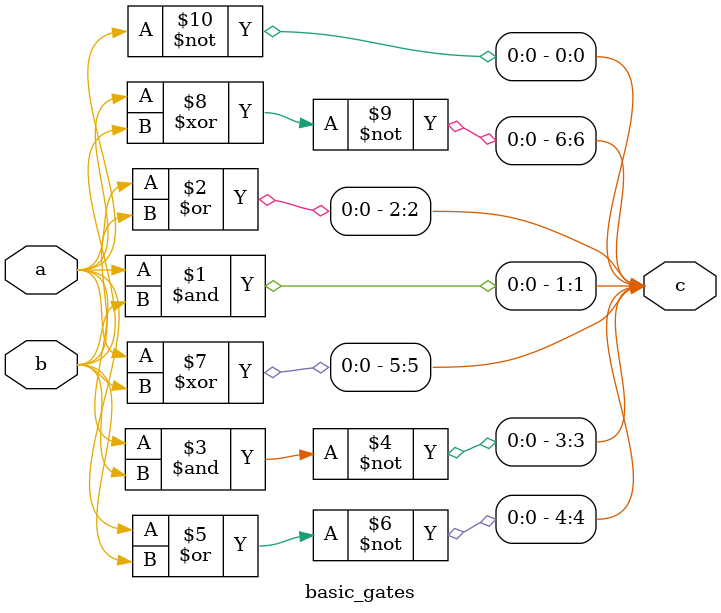
<source format=v>
`timescale 1ns / 1ps

module basic_gates(
input a,b,
output [0:6]c
);
not(c[0],a);
and(c[1],a,b);
or(c[2],a,b);
nand(c[3],a,b);
nor(c[4],a,b);
xor(c[5],a,b);
xnor(c[6],a,b);
endmodule
</source>
